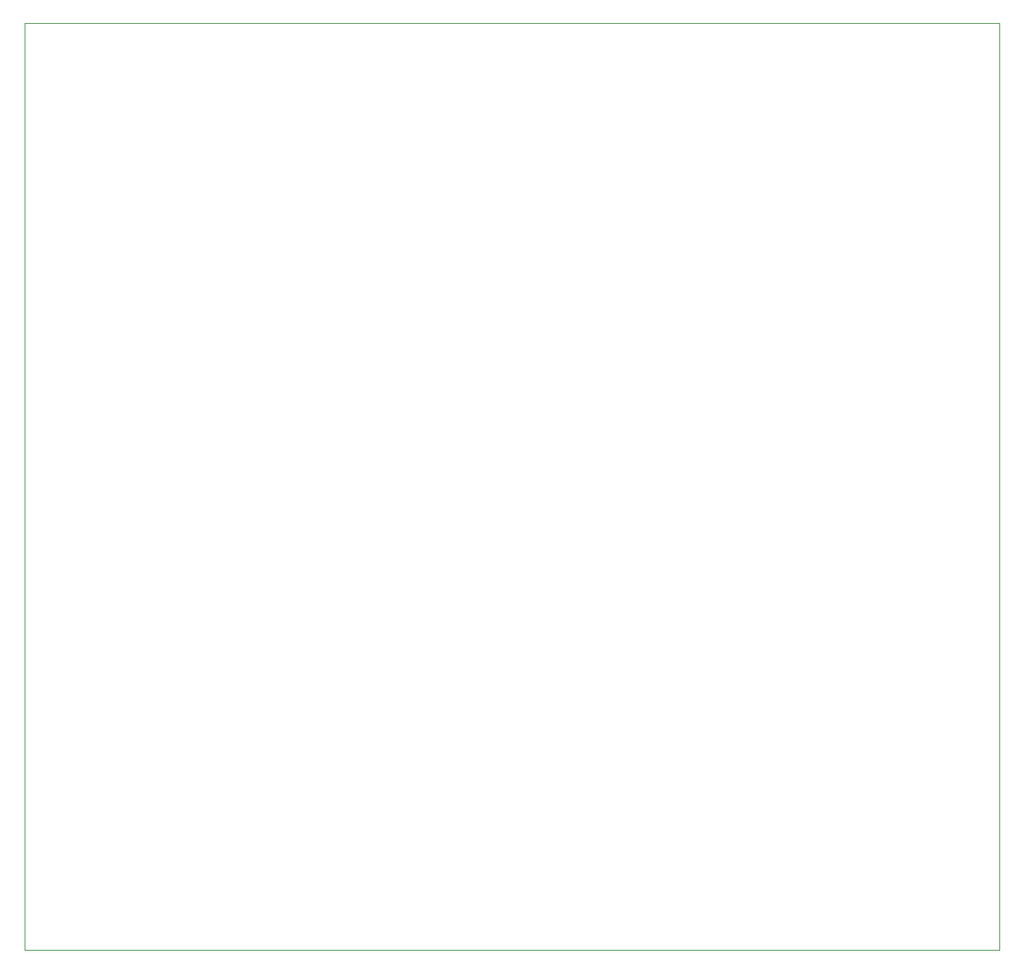
<source format=gbr>
%TF.GenerationSoftware,KiCad,Pcbnew,8.0.1*%
%TF.CreationDate,2024-07-17T22:40:59+10:00*%
%TF.ProjectId,stick,73746963-6b2e-46b6-9963-61645f706362,rev?*%
%TF.SameCoordinates,Original*%
%TF.FileFunction,Profile,NP*%
%FSLAX46Y46*%
G04 Gerber Fmt 4.6, Leading zero omitted, Abs format (unit mm)*
G04 Created by KiCad (PCBNEW 8.0.1) date 2024-07-17 22:40:59*
%MOMM*%
%LPD*%
G01*
G04 APERTURE LIST*
%TA.AperFunction,Profile*%
%ADD10C,0.050000*%
%TD*%
G04 APERTURE END LIST*
D10*
X94160000Y-40310000D02*
X201360000Y-40310000D01*
X201360000Y-142310000D01*
X94160000Y-142310000D01*
X94160000Y-40310000D01*
M02*

</source>
